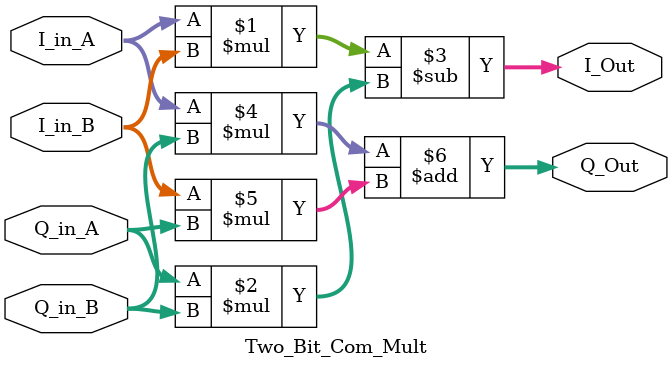
<source format=v>
module Two_Bit_Com_Mult(
input signed [1:0] I_in_A,
input signed [1:0] Q_in_A,

input signed [1:0] I_in_B,
input signed [1:0] Q_in_B,

//output signed [4:0] I_Out,
//output signed [4:0] Q_Out

output signed [2:0] I_Out,
output signed [2:0] Q_Out
);

//4 bits + 1 = 5 bits
assign I_Out =  (I_in_A*I_in_B) - (Q_in_A*Q_in_B);
assign Q_Out = (I_in_A*Q_in_B) + (I_in_B*Q_in_A); 

endmodule
</source>
